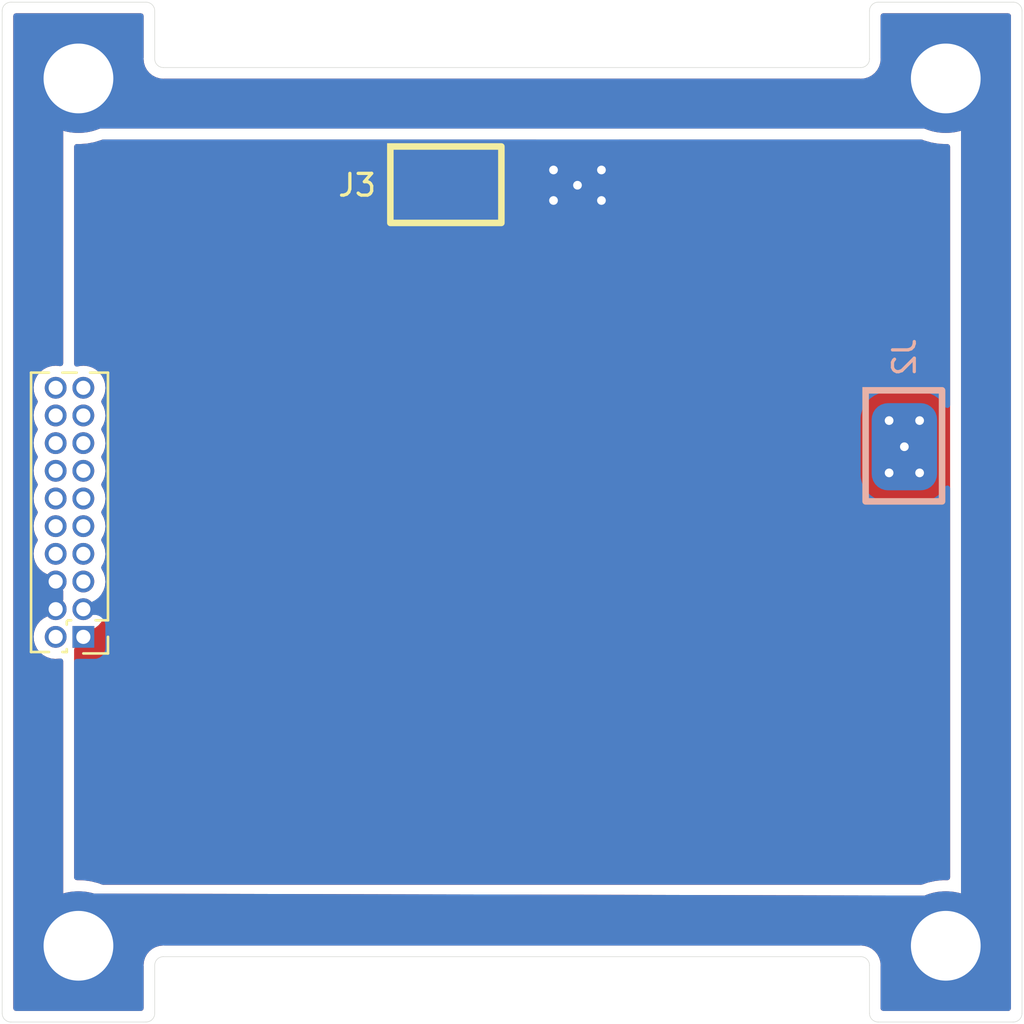
<source format=kicad_pcb>
(kicad_pcb (version 20211014) (generator pcbnew)
  (layers (0 "F.Cu" signal) (31 "B.Cu" signal) (34 "B.Paste" user) (35 "F.Paste" user) (36 "B.SilkS" user "B.Silkscreen") (37 "F.SilkS" user "F.Silkscreen") (38 "B.Mask" user) (39 "F.Mask" user) (44 "Edge.Cuts" user))
  (net 0 "")
  (net 1 "BATT_P_SW")
  (net 2 "BATT_N_SW")
  (net 3 "GND")
  (footprint "mainboard:MountingHole" (layer "F.Cu") (at 165.2 77.899997)
    (fp_text reference "H2" hide)
    (fp_text value "MountingHole_Pad")
    (pad "1" thru_hole circle (at 0 0) (size 5 5) (drill 3.2) (layers *.Cu *.Mask) (net 3 "GND"))
  )
  (footprint "mainboard:MountingHole" (layer "F.Cu") (at 165.2 117.699993)
    (fp_text reference "H3" hide)
    (fp_text value "MountingHole_Pad")
    (pad "1" thru_hole circle (at 0 0) (size 5 5) (drill 3.2) (layers *.Cu *.Mask) (net 3 "GND"))
  )
  (footprint "batteryboard:Battery Pads" (layer "F.Cu") (at 145.3 82.8)
    (fp_text reference "J3" (at -7.112 0 unlocked) (layer "F.SilkS"))
    (fp_text value "Conn_01x02")
    (fp_rect (start -5.588 -1.778) (end -0.492 1.73) (layer "F.SilkS") (width 0.3) (fill none))
    (pad "1" smd roundrect (at -3 0) (size 4 3) (layers "F.Cu" "F.Paste" "F.Mask") (net 1 "BATT_P_SW"))
    (pad "2" smd roundrect (at 3 0) (size 4 3) (layers "F.Cu" "F.Paste" "F.Mask") (net 2 "BATT_N_SW"))
  )
  (footprint "mainboard:MountingHole" (layer "F.Cu") (at 125.400003 117.699993)
    (fp_text reference "H4" hide)
    (fp_text value "MountingHole_Pad")
    (pad "1" thru_hole circle (at 0 0) (size 5 5) (drill 3.2) (layers *.Cu *.Mask) (net 3 "GND"))
  )
  (footprint "mainboard:MountingHole" (layer "F.Cu") (at 125.400003 77.899997)
    (fp_text reference "H1" hide)
    (fp_text value "MountingHole_Pad")
    (pad "1" thru_hole circle (at 0 0) (size 5 5) (drill 3.2) (layers *.Cu *.Mask) (net 3 "GND"))
  )
  (footprint "Connector_PinHeader_1.27mm:PinHeader_2x10_P1.27mm_Vertical" (layer "F.Cu") (at 125.625 103.525 180)
    (fp_text reference "J1" hide)
    (fp_text value "Conn 02x10 1.27mm")
    (fp_line (start 1.57753 -0.695) (end 2.4 -0.695) (layer "F.SilkS") (width 0.12))
    (fp_line (start -1.13 0) (end -1.13 -0.76) (layer "F.SilkS") (width 0.12))
    (fp_line (start 0.76 0.706529) (end 0.76 0.563471) (layer "F.SilkS") (width 0.12))
    (fp_line (start -1.13 12.125) (end -0.30753 12.125) (layer "F.SilkS") (width 0.12))
    (fp_line (start -1.13 0.76) (end -0.563471 0.76) (layer "F.SilkS") (width 0.12))
    (fp_line (start 0.76 -0.563471) (end 0.76 -0.695) (layer "F.SilkS") (width 0.12))
    (fp_line (start 0.30753 12.125) (end 0.96247 12.125) (layer "F.SilkS") (width 0.12))
    (fp_line (start 1.57753 12.125) (end 2.4 12.125) (layer "F.SilkS") (width 0.12))
    (fp_line (start 0.76 -0.695) (end 0.96247 -0.695) (layer "F.SilkS") (width 0.12))
    (fp_line (start 0.563471 0.76) (end 0.706529 0.76) (layer "F.SilkS") (width 0.12))
    (fp_line (start -1.13 -0.76) (end 0 -0.76) (layer "F.SilkS") (width 0.12))
    (fp_line (start -1.13 0.76) (end -1.13 12.125) (layer "F.SilkS") (width 0.12))
    (fp_line (start 2.4 -0.695) (end 2.4 12.125) (layer "F.SilkS") (width 0.12))
    (pad "1" thru_hole rect (at 0 0 180) (size 1 1) (drill 0.65) (layers *.Cu *.Mask) (net 1 "BATT_P_SW"))
    (pad "2" thru_hole oval (at 1.27 0 180) (size 1 1) (drill 0.65) (layers *.Cu *.Mask))
    (pad "3" thru_hole oval (at 0 1.27 180) (size 1 1) (drill 0.65) (layers *.Cu *.Mask) (net 2 "BATT_N_SW"))
    (pad "4" thru_hole oval (at 1.27 1.27 180) (size 1 1) (drill 0.65) (layers *.Cu *.Mask) (net 3 "GND"))
    (pad "5" thru_hole oval (at 0 2.54 180) (size 1 1) (drill 0.65) (layers *.Cu *.Mask))
    (pad "6" thru_hole oval (at 1.27 2.54 180) (size 1 1) (drill 0.65) (layers *.Cu *.Mask) (net 3 "GND"))
    (pad "7" thru_hole oval (at 0 3.81 180) (size 1 1) (drill 0.65) (layers *.Cu *.Mask))
    (pad "8" thru_hole oval (at 1.27 3.81 180) (size 1 1) (drill 0.65) (layers *.Cu *.Mask))
    (pad "9" thru_hole oval (at 0 5.08 180) (size 1 1) (drill 0.65) (layers *.Cu *.Mask))
    (pad "10" thru_hole oval (at 1.27 5.08 180) (size 1 1) (drill 0.65) (layers *.Cu *.Mask))
    (pad "11" thru_hole oval (at 0 6.35 180) (size 1 1) (drill 0.65) (layers *.Cu *.Mask))
    (pad "12" thru_hole oval (at 1.27 6.35 180) (size 1 1) (drill 0.65) (layers *.Cu *.Mask))
    (pad "13" thru_hole oval (at 0 7.62 180) (size 1 1) (drill 0.65) (layers *.Cu *.Mask))
    (pad "14" thru_hole oval (at 1.27 7.62 180) (size 1 1) (drill 0.65) (layers *.Cu *.Mask))
    (pad "15" thru_hole oval (at 0 8.89 180) (size 1 1) (drill 0.65) (layers *.Cu *.Mask))
    (pad "16" thru_hole oval (at 1.27 8.89 180) (size 1 1) (drill 0.65) (layers *.Cu *.Mask))
    (pad "17" thru_hole oval (at 0 10.16 180) (size 1 1) (drill 0.65) (layers *.Cu *.Mask))
    (pad "18" thru_hole oval (at 1.27 10.16 180) (size 1 1) (drill 0.65) (layers *.Cu *.Mask))
    (pad "19" thru_hole oval (at 0 11.43 180) (size 1 1) (drill 0.65) (layers *.Cu *.Mask))
    (pad "20" thru_hole oval (at 1.27 11.43 180) (size 1 1) (drill 0.65) (layers *.Cu *.Mask))
  )
  (footprint "batteryboard:Battery Pads" (layer "B.Cu") (at 163.3 97.8 -90)
    (fp_text reference "J2" (at -7.112 0 90 unlocked) (layer "B.SilkS") (effects (justify mirror)))
    (fp_text value "Conn_01x02")
    (fp_rect (start -5.588 1.778) (end -0.492 -1.73) (layer "B.SilkS") (width 0.3) (fill none))
    (pad "1" smd roundrect (at -3 0 270) (size 4 3) (layers "B.Cu" "B.Paste" "B.Mask") (net 1 "BATT_P_SW"))
    (pad "2" smd roundrect (at 3 0 270) (size 4 3) (layers "B.Cu" "B.Paste" "B.Mask") (net 2 "BATT_N_SW"))
  )
  (gr_line (start 128.900001 118.6) (end 128.899996 120.800012) (layer "Edge.Cuts") (width 0.0254))
  (gr_line (start 168.7 74.8) (end 168.699999 120.799999) (layer "Edge.Cuts") (width 0.0254))
  (gr_arc (start 128.499997 74.400004) (mid 128.782839 74.517161) (end 128.899996 74.800003) (layer "Edge.Cuts") (width 0.0254))
  (gr_line (start 122.300009 74.400004) (end 128.499997 74.400004) (layer "Edge.Cuts") (width 0.0254))
  (gr_arc (start 161.700001 74.8) (mid 161.817158 74.517158) (end 162.1 74.400001) (layer "Edge.Cuts") (width 0.0254))
  (gr_line (start 128.899996 74.800003) (end 128.9 76.999999) (layer "Edge.Cuts") (width 0.0254))
  (gr_arc (start 168.300001 74.400001) (mid 168.582843 74.517158) (end 168.7 74.8) (layer "Edge.Cuts") (width 0.0254))
  (gr_arc (start 122.300009 121.200012) (mid 122.017167 121.082854) (end 121.90001 120.800012) (layer "Edge.Cuts") (width 0.0254))
  (gr_line (start 161.699999 76.999999) (end 161.700001 74.8) (layer "Edge.Cuts") (width 0.0254))
  (gr_line (start 161.7 120.799999) (end 161.7 118.6) (layer "Edge.Cuts") (width 0.0254))
  (gr_line (start 129.3 77.399999) (end 161.3 77.399999) (layer "Edge.Cuts") (width 0.0254))
  (gr_line (start 121.90001 120.800012) (end 121.90001 74.800003) (layer "Edge.Cuts") (width 0.0254))
  (gr_arc (start 121.90001 74.800003) (mid 122.017167 74.517161) (end 122.300009 74.400004) (layer "Edge.Cuts") (width 0.0254))
  (gr_arc (start 161.300001 118.200001) (mid 161.582843 118.317158) (end 161.7 118.6) (layer "Edge.Cuts") (width 0.0254))
  (gr_arc (start 162.099999 121.199999) (mid 161.817157 121.082841) (end 161.7 120.799999) (layer "Edge.Cuts") (width 0.0254))
  (gr_arc (start 168.699999 120.799999) (mid 168.582842 121.082842) (end 168.3 121.199999) (layer "Edge.Cuts") (width 0.0254))
  (gr_arc (start 128.899996 120.800012) (mid 128.782839 121.082855) (end 128.499997 121.200012) (layer "Edge.Cuts") (width 0.0254))
  (gr_line (start 128.499997 121.200012) (end 122.300009 121.200012) (layer "Edge.Cuts") (width 0.0254))
  (gr_arc (start 128.900001 118.6) (mid 129.017158 118.317158) (end 129.3 118.200001) (layer "Edge.Cuts") (width 0.0254))
  (gr_arc (start 161.699999 76.999999) (mid 161.582842 77.282842) (end 161.3 77.399999) (layer "Edge.Cuts") (width 0.0254))
  (gr_line (start 161.300001 118.200001) (end 129.3 118.200001) (layer "Edge.Cuts") (width 0.0254))
  (gr_line (start 168.3 121.199999) (end 162.099999 121.199999) (layer "Edge.Cuts") (width 0.0254))
  (gr_arc (start 129.299999 77.399999) (mid 129.017157 77.282841) (end 128.9 76.999999) (layer "Edge.Cuts") (width 0.0254))
  (gr_line (start 162.1 74.400001) (end 168.300001 74.400001) (layer "Edge.Cuts") (width 0.0254))
  (via (at 162.6 96) (size 0.8) (drill 0.4) (layers "F.Cu" "B.Cu") (net 1))
  (via (at 164 93.6) (size 0.8) (drill 0.4) (layers "F.Cu" "B.Cu") (net 1))
  (via (at 164 96) (size 0.8) (drill 0.4) (layers "F.Cu" "B.Cu") (net 1))
  (via (at 163.3 94.8) (size 0.8) (drill 0.4) (layers "F.Cu" "B.Cu") (net 1))
  (via (at 162.6 93.6) (size 0.8) (drill 0.4) (layers "F.Cu" "B.Cu") (net 1))
  (via (at 149.4 83.5) (size 0.8) (drill 0.4) (layers "F.Cu" "B.Cu") (net 2))
  (via (at 147.2 83.5) (size 0.8) (drill 0.4) (layers "F.Cu" "B.Cu") (net 2))
  (via (at 149.4 82.1) (size 0.8) (drill 0.4) (layers "F.Cu" "B.Cu") (net 2))
  (via (at 148.3 82.8) (size 0.8) (drill 0.4) (layers "F.Cu" "B.Cu") (net 2))
  (via (at 147.2 82.1) (size 0.8) (drill 0.4) (layers "F.Cu" "B.Cu") (net 2))
  (zone (net 1) (net_name "BATT_P_SW") (layer "F.Cu") (connect_pads yes (clearance 0.508)) (min_thickness 0.254) (fill yes (thermal_gap 0.508) (thermal_bridge_width 0.508))
    (polygon (pts (xy 165.4 114.9) (xy 125.2 114.9) (xy 125.2 80.7) (xy 165.4 80.7)))
  )
  (zone (net 3) (net_name "GND") (layers F&B.Cu) (connect_pads yes (clearance 0.508)) (min_thickness 0.254) (fill yes (thermal_gap 0.508) (thermal_bridge_width 0.508))
    (polygon (pts (xy 168.8 121.3) (xy 121.8 121.3) (xy 121.8 74.3) (xy 168.8 74.3)))
    (polygon (pts (xy 124.7 80.2) (xy 124.699753 115.3017) (xy 165.899753 115.4017) (xy 165.9 80.2)))
  )
  (zone (net 2) (net_name "BATT_N_SW") (layer "B.Cu") (connect_pads yes (clearance 0.508)) (min_thickness 0.254) (fill yes (thermal_gap 0.508) (thermal_bridge_width 0.508))
    (polygon (pts (xy 165.4 114.9) (xy 125.2 114.9) (xy 125.2 80.7) (xy 165.4 80.7)))
  )
)
</source>
